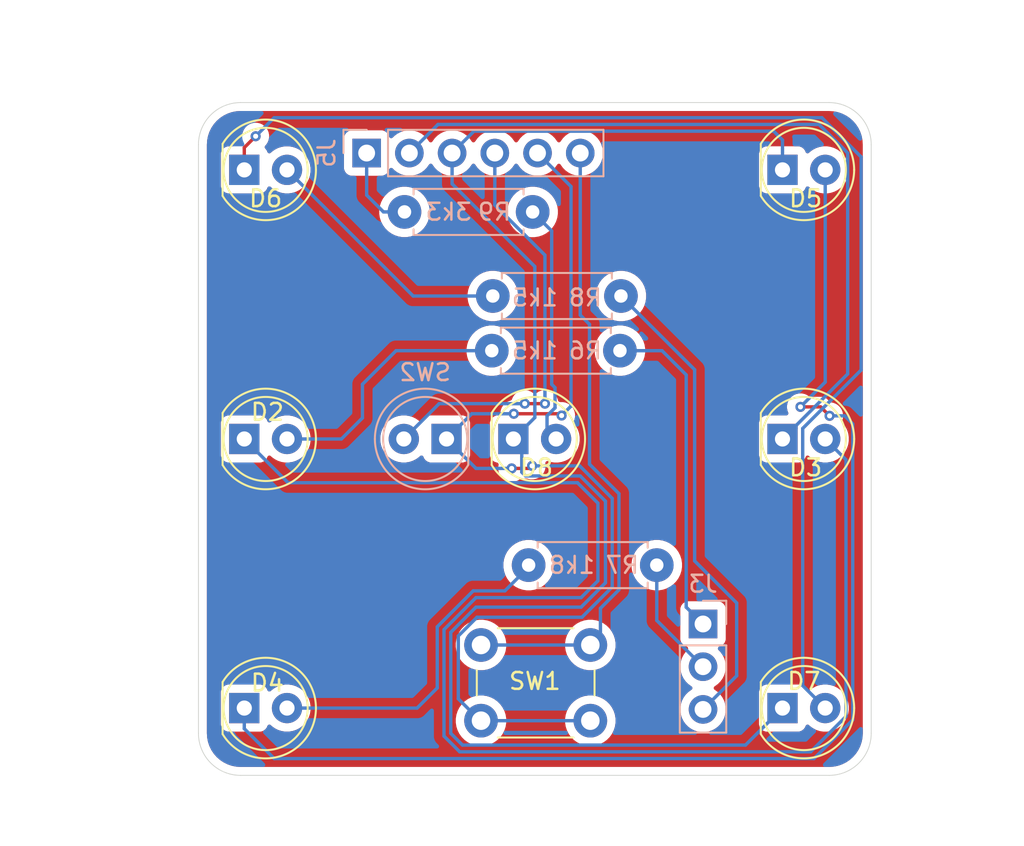
<source format=kicad_pcb>
(kicad_pcb (version 20241229) (generator "pcbnew") (generator_version "9.0")
  (layers (0 "F.Cu" signal) (2 "B.Cu" signal) (13 "F.Paste" user) (15 "B.Paste" user) (5 "F.SilkS" user "F.Silkscreen") (7 "B.SilkS" user "B.Silkscreen") (1 "F.Mask" user) (3 "B.Mask" user) (25 "Edge.Cuts" user))
  (net 0 "")
  (net 1 "Net-(D2-K)")
  (net 2 "Net-(D2-A)")
  (net 3 "Net-(D3-K)")
  (net 4 "Net-(D4-K)")
  (net 5 "Net-(D4-A)")
  (net 6 "Net-(D5-K)")
  (net 7 "Net-(D6-A)")
  (net 8 "Net-(D6-K)")
  (net 9 "Net-(D8-A)")
  (net 10 "Net-(J3-Pin_1)")
  (net 11 "Net-(J3-Pin_3)")
  (net 12 "Net-(J3-Pin_2)")
  (net 13 "Net-(J5-Pin_6)")
  (net 14 "Net-(J5-Pin_1)")
  (net 15 "Net-(J5-Pin_4)")
  (net 16 "Net-(J5-Pin_5)")
  (footprint "Button_Switch_THT:SW_PUSH_6mm_H5mm" (layer "F.Cu") (at 116.8 107.25)
    (property "Reference" "SW1" (at 3.2 2.15 0) (layer "F.SilkS"))
    (property "Value" "SW_Push")
    (fp_line (start -0.25 1.5) (end -0.25 3) (stroke (width 0.12)) (layer "F.SilkS"))
    (fp_line (start 1 5.5) (end 5.5 5.5) (stroke (width 0.12)) (layer "F.SilkS"))
    (fp_line (start 5.5 -1) (end 1 -1) (stroke (width 0.12)) (layer "F.SilkS"))
    (fp_line (start 6.75 3) (end 6.75 1.5) (stroke (width 0.12)) (layer "F.SilkS"))
    (pad "1" thru_hole circle (at 0 0 90) (size 2 2) (drill 1.1) (layers "*.Cu" "*.Mask") (net 13 "Net-(J5-Pin_6)"))
    (pad "1" thru_hole circle (at 6.5 0 90) (size 2 2) (drill 1.1) (layers "*.Cu" "*.Mask") (net 13 "Net-(J5-Pin_6)"))
    (pad "2" thru_hole circle (at 0 4.5 90) (size 2 2) (drill 1.1) (layers "*.Cu" "*.Mask") (net 16 "Net-(J5-Pin_5)"))
    (pad "2" thru_hole circle (at 6.5 4.5 90) (size 2 2) (drill 1.1) (layers "*.Cu" "*.Mask") (net 16 "Net-(J5-Pin_5)"))
  )
  (footprint "LED_THT:LED_D5.0mm" (layer "F.Cu") (at 134.725 79)
    (property "Reference" "D5" (at 1.375 1.7 0) (layer "F.SilkS"))
    (property "Value" "LED")
    (fp_line (start -1.29 -1.545) (end -1.29 1.545) (stroke (width 0.12)) (layer "F.SilkS"))
    (fp_arc (start -1.29 -1.54483) (mid 2.071779 -2.880495) (end 4.26 0) (stroke (width 0.12)) (layer "F.SilkS"))
    (fp_arc (start 4.26 0) (mid 2.071779 2.880495) (end -1.29 1.54483) (stroke (width 0.12)) (layer "F.SilkS"))
    (fp_circle (center 1.27 0) (end 3.77 0) (stroke (width 0.12)) (fill no) (layer "F.SilkS"))
    (pad "1" thru_hole rect (at 0 0) (size 1.8 1.8) (drill 0.9) (layers "*.Cu" "*.Mask") (net 6 "Net-(D5-K)"))
    (pad "2" thru_hole circle (at 2.54 0) (size 1.8 1.8) (drill 0.9) (layers "*.Cu" "*.Mask") (net 4 "Net-(D4-K)"))
  )
  (footprint "LED_THT:LED_D5.0mm" (layer "F.Cu") (at 102.725 95)
    (property "Reference" "D2" (at 1.375 -1.6 0) (layer "F.SilkS"))
    (property "Value" "LED")
    (fp_line (start -1.29 -1.545) (end -1.29 1.545) (stroke (width 0.12)) (layer "F.SilkS"))
    (fp_arc (start -1.29 -1.54483) (mid 2.071779 -2.880495) (end 4.26 0) (stroke (width 0.12)) (layer "F.SilkS"))
    (fp_arc (start 4.26 0) (mid 2.071779 2.880495) (end -1.29 1.54483) (stroke (width 0.12)) (layer "F.SilkS"))
    (fp_circle (center 1.27 0) (end 3.77 0) (stroke (width 0.12)) (fill no) (layer "F.SilkS"))
    (pad "1" thru_hole rect (at 0 0) (size 1.8 1.8) (drill 0.9) (layers "*.Cu" "*.Mask") (net 1 "Net-(D2-K)"))
    (pad "2" thru_hole circle (at 2.54 0) (size 1.8 1.8) (drill 0.9) (layers "*.Cu" "*.Mask") (net 2 "Net-(D2-A)"))
  )
  (footprint "LED_THT:LED_D5.0mm" (layer "F.Cu") (at 134.725 95)
    (property "Reference" "D3" (at 1.375 1.7 0) (layer "F.SilkS"))
    (property "Value" "LED")
    (fp_line (start -1.29 -1.545) (end -1.29 1.545) (stroke (width 0.12)) (layer "F.SilkS"))
    (fp_arc (start -1.29 -1.54483) (mid 2.071779 -2.880495) (end 4.26 0) (stroke (width 0.12)) (layer "F.SilkS"))
    (fp_arc (start 4.26 0) (mid 2.071779 2.880495) (end -1.29 1.54483) (stroke (width 0.12)) (layer "F.SilkS"))
    (fp_circle (center 1.27 0) (end 3.77 0) (stroke (width 0.12)) (fill no) (layer "F.SilkS"))
    (pad "1" thru_hole rect (at 0 0) (size 1.8 1.8) (drill 0.9) (layers "*.Cu" "*.Mask") (net 3 "Net-(D3-K)"))
    (pad "2" thru_hole circle (at 2.54 0) (size 1.8 1.8) (drill 0.9) (layers "*.Cu" "*.Mask") (net 1 "Net-(D2-K)"))
  )
  (footprint "LED_THT:LED_D5.0mm" (layer "F.Cu") (at 134.725 111)
    (property "Reference" "D7" (at 1.275 -1.6 0) (layer "F.SilkS"))
    (property "Value" "LED")
    (fp_line (start -1.29 -1.545) (end -1.29 1.545) (stroke (width 0.12)) (layer "F.SilkS"))
    (fp_arc (start -1.29 -1.54483) (mid 2.071779 -2.880495) (end 4.26 0) (stroke (width 0.12)) (layer "F.SilkS"))
    (fp_arc (start 4.26 0) (mid 2.071779 2.880495) (end -1.29 1.54483) (stroke (width 0.12)) (layer "F.SilkS"))
    (fp_circle (center 1.27 0) (end 3.77 0) (stroke (width 0.12)) (fill no) (layer "F.SilkS"))
    (pad "1" thru_hole rect (at 0 0) (size 1.8 1.8) (drill 0.9) (layers "*.Cu" "*.Mask") (net 6 "Net-(D5-K)"))
    (pad "2" thru_hole circle (at 2.54 0) (size 1.8 1.8) (drill 0.9) (layers "*.Cu" "*.Mask") (net 8 "Net-(D6-K)"))
  )
  (footprint "LED_THT:LED_D5.0mm" (layer "F.Cu") (at 118.725 95)
    (property "Reference" "D8" (at 1.375 1.7 0) (layer "F.SilkS"))
    (property "Value" "LED")
    (fp_line (start -1.29 -1.545) (end -1.29 1.545) (stroke (width 0.12)) (layer "F.SilkS"))
    (fp_arc (start -1.29 -1.54483) (mid 2.071779 -2.880495) (end 4.26 0) (stroke (width 0.12)) (layer "F.SilkS"))
    (fp_arc (start 4.26 0) (mid 2.071779 2.880495) (end -1.29 1.54483) (stroke (width 0.12)) (layer "F.SilkS"))
    (fp_circle (center 1.27 0) (end 3.77 0) (stroke (width 0.12)) (fill no) (layer "F.SilkS"))
    (pad "1" thru_hole rect (at 0 0) (size 1.8 1.8) (drill 0.9) (layers "*.Cu" "*.Mask") (net 6 "Net-(D5-K)"))
    (pad "2" thru_hole circle (at 2.54 0) (size 1.8 1.8) (drill 0.9) (layers "*.Cu" "*.Mask") (net 9 "Net-(D8-A)"))
  )
  (footprint "blinkyparts:logo_blinkyparts_5mm_F.Mask" (layer "F.Cu") (at 133.225001 100.825001)
    (property "Reference" "blinkyparts_logo_5mm" (hide yes))
    (property "Value" "G***" (hide yes))
  )
  (footprint "LED_THT:LED_D5.0mm" (layer "F.Cu") (at 102.725 111)
    (property "Reference" "D4" (at 1.375 -1.5 0) (layer "F.SilkS"))
    (property "Value" "LED")
    (fp_line (start -1.29 -1.545) (end -1.29 1.545) (stroke (width 0.12)) (layer "F.SilkS"))
    (fp_arc (start -1.29 -1.54483) (mid 2.071779 -2.880495) (end 4.26 0) (stroke (width 0.12)) (layer "F.SilkS"))
    (fp_arc (start 4.26 0) (mid 2.071779 2.880495) (end -1.29 1.54483) (stroke (width 0.12)) (layer "F.SilkS"))
    (fp_circle (center 1.27 0) (end 3.77 0) (stroke (width 0.12)) (fill no) (layer "F.SilkS"))
    (pad "1" thru_hole rect (at 0 0) (size 1.8 1.8) (drill 0.9) (layers "*.Cu" "*.Mask") (net 4 "Net-(D4-K)"))
    (pad "2" thru_hole circle (at 2.54 0) (size 1.8 1.8) (drill 0.9) (layers "*.Cu" "*.Mask") (net 5 "Net-(D4-A)"))
  )
  (footprint "LED_THT:LED_D5.0mm" (layer "F.Cu") (at 102.725 79)
    (property "Reference" "D6" (at 1.27 1.7 0) (layer "F.SilkS"))
    (property "Value" "LED")
    (fp_line (start -1.29 -1.545) (end -1.29 1.545) (stroke (width 0.12)) (layer "F.SilkS"))
    (fp_arc (start -1.29 -1.54483) (mid 2.071779 -2.880495) (end 4.26 0) (stroke (width 0.12)) (layer "F.SilkS"))
    (fp_arc (start 4.26 0) (mid 2.071779 2.880495) (end -1.29 1.54483) (stroke (width 0.12)) (layer "F.SilkS"))
    (fp_circle (center 1.27 0) (end 3.77 0) (stroke (width 0.12)) (fill no) (layer "F.SilkS"))
    (pad "1" thru_hole rect (at 0 0) (size 1.8 1.8) (drill 0.9) (layers "*.Cu" "*.Mask") (net 8 "Net-(D6-K)"))
    (pad "2" thru_hole circle (at 2.54 0) (size 1.8 1.8) (drill 0.9) (layers "*.Cu" "*.Mask") (net 7 "Net-(D6-A)"))
  )
  (footprint "Connector_PinHeader_2.54mm:PinHeader_1x03_P2.54mm_Vertical" (layer "B.Cu") (at 130 106 180)
    (property "Reference" "J3" (at 0 2.38 0) (layer "B.SilkS") (effects (justify mirror)))
    (property "Value" "Conn_01x03")
    (fp_line (start 1.38 -1.27) (end 1.38 -6.46) (stroke (width 0.12)) (layer "B.SilkS"))
    (fp_line (start -1.38 1.38) (end 0 1.38) (stroke (width 0.12)) (layer "B.SilkS"))
    (fp_line (start -1.38 0) (end -1.38 1.38) (stroke (width 0.12)) (layer "B.SilkS"))
    (fp_line (start -1.38 -1.27) (end 1.38 -1.27) (stroke (width 0.12)) (layer "B.SilkS"))
    (fp_line (start -1.38 -1.27) (end -1.38 -6.46) (stroke (width 0.12)) (layer "B.SilkS"))
    (fp_line (start -1.38 -6.46) (end 1.38 -6.46) (stroke (width 0.12)) (layer "B.SilkS"))
    (pad "1" thru_hole rect (at 0 0 180) (size 1.7 1.7) (drill 1) (layers "*.Cu" "*.Mask") (net 10 "Net-(J3-Pin_1)"))
    (pad "2" thru_hole circle (at 0 -2.54 180) (size 1.7 1.7) (drill 1) (layers "*.Cu" "*.Mask") (net 12 "Net-(J3-Pin_2)"))
    (pad "3" thru_hole circle (at 0 -5.08 180) (size 1.7 1.7) (drill 1) (layers "*.Cu" "*.Mask") (net 11 "Net-(J3-Pin_3)"))
  )
  (footprint "blinkyparts:R_Axial_DIN0207_L6.3mm_D2.5mm_P7.62mm_Horizontal_handsoldering" (layer "B.Cu") (at 119.63 102.5)
    (property "Reference" "R7" (at 5.57 0 0) (layer "B.SilkS") (effects (justify mirror)))
    (property "Value" "1k8" (at 2.57 0 0) (layer "B.SilkS") (effects (justify mirror)))
    (fp_line (start 0.54 -1.37) (end 7.08 -1.37) (stroke (width 0.12)) (layer "B.SilkS"))
    (fp_line (start 0.54 -1.04) (end 0.54 -1.37) (stroke (width 0.12)) (layer "B.SilkS"))
    (fp_line (start 0.54 1.04) (end 0.54 1.37) (stroke (width 0.12)) (layer "B.SilkS"))
    (fp_line (start 0.54 1.37) (end 7.08 1.37) (stroke (width 0.12)) (layer "B.SilkS"))
    (fp_line (start 7.08 -1.37) (end 7.08 -1.04) (stroke (width 0.12)) (layer "B.SilkS"))
    (fp_line (start 7.08 1.37) (end 7.08 1.04) (stroke (width 0.12)) (layer "B.SilkS"))
    (pad "1" thru_hole circle (at 0 0) (size 2 2) (drill 0.8) (layers "*.Cu" "*.Mask") (net 5 "Net-(D4-A)"))
    (pad "2" thru_hole circle (at 7.62 0) (size 2 2) (drill 0.8) (layers "*.Cu" "*.Mask") (net 12 "Net-(J3-Pin_2)"))
  )
  (footprint "Connector_PinHeader_2.54mm:PinHeader_1x06_P2.54mm_Vertical" (layer "B.Cu") (at 110 78 -90)
    (property "Reference" "J5" (at 0 2.38 90) (layer "B.SilkS") (effects (justify mirror)))
    (property "Value" "Conn_01x06")
    (fp_line (start -1.38 1.38) (end 0 1.38) (stroke (width 0.12)) (layer "B.SilkS"))
    (fp_line (start -1.38 0) (end -1.38 1.38) (stroke (width 0.12)) (layer "B.SilkS"))
    (fp_line (start -1.38 -1.27) (end 1.38 -1.27) (stroke (width 0.12)) (layer "B.SilkS"))
    (fp_line (start -1.38 -1.27) (end -1.38 -14.08) (stroke (width 0.12)) (layer "B.SilkS"))
    (fp_line (start 1.38 -1.27) (end 1.38 -14.08) (stroke (width 0.12)) (layer "B.SilkS"))
    (fp_line (start -1.38 -14.08) (end 1.38 -14.08) (stroke (width 0.12)) (layer "B.SilkS"))
    (pad "1" thru_hole rect (at 0 0 270) (size 1.7 1.7) (drill 1) (layers "*.Cu" "*.Mask") (net 14 "Net-(J5-Pin_1)"))
    (pad "2" thru_hole circle (at 0 -2.54 270) (size 1.7 1.7) (drill 1) (layers "*.Cu" "*.Mask") (net 3 "Net-(D3-K)"))
    (pad "3" thru_hole circle (at 0 -5.08 270) (size 1.7 1.7) (drill 1) (layers "*.Cu" "*.Mask") (net 6 "Net-(D5-K)"))
    (pad "4" thru_hole circle (at 0 -7.62 270) (size 1.7 1.7) (drill 1) (layers "*.Cu" "*.Mask") (net 15 "Net-(J5-Pin_4)"))
    (pad "5" thru_hole circle (at 0 -10.16 270) (size 1.7 1.7) (drill 1) (layers "*.Cu" "*.Mask") (net 16 "Net-(J5-Pin_5)"))
    (pad "6" thru_hole circle (at 0 -12.7 270) (size 1.7 1.7) (drill 1) (layers "*.Cu" "*.Mask") (net 13 "Net-(J5-Pin_6)"))
  )
  (footprint "LED_THT:LED_D5.0mm" (layer "B.Cu") (at 114.75 95 180)
    (property "Reference" "SW2" (at 1.27 3.96 0) (layer "B.SilkS") (effects (justify mirror)))
    (property "Value" "SW_Push")
    (fp_line (start -1.29 1.545) (end -1.29 -1.545) (stroke (width 0.12)) (layer "B.SilkS"))
    (fp_arc (start 4.26 0) (mid 2.071779 2.880495) (end -1.29 1.54483) (stroke (width 0.12)) (layer "B.SilkS"))
    (fp_arc (start -1.29 -1.54483) (mid 2.071779 -2.880495) (end 4.26 0) (stroke (width 0.12)) (layer "B.SilkS"))
    (fp_circle (center 1.27 0) (end 3.77 0) (stroke (width 0.12)) (fill no) (layer "B.SilkS"))
    (pad "1" thru_hole rect (at 0 0 180) (size 1.8 1.8) (drill 0.9) (layers "*.Cu" "*.Mask") (net 16 "Net-(J5-Pin_5)"))
    (pad "2" thru_hole circle (at 2.54 0 180) (size 1.8 1.8) (drill 0.9) (layers "*.Cu" "*.Mask") (net 15 "Net-(J5-Pin_4)"))
  )
  (footprint "blinkyparts:R_Axial_DIN0207_L6.3mm_D2.5mm_P7.62mm_Horizontal_handsoldering" (layer "B.Cu") (at 117.5 86.5)
    (property "Reference" "R8" (at 5.5 0.1 0) (layer "B.SilkS") (effects (justify mirror)))
    (property "Value" "1k5" (at 2.5 0.1 0) (layer "B.SilkS") (effects (justify mirror)))
    (fp_line (start 0.54 -1.37) (end 7.08 -1.37) (stroke (width 0.12)) (layer "B.SilkS"))
    (fp_line (start 0.54 -1.04) (end 0.54 -1.37) (stroke (width 0.12)) (layer "B.SilkS"))
    (fp_line (start 0.54 1.04) (end 0.54 1.37) (stroke (width 0.12)) (layer "B.SilkS"))
    (fp_line (start 0.54 1.37) (end 7.08 1.37) (stroke (width 0.12)) (layer "B.SilkS"))
    (fp_line (start 7.08 -1.37) (end 7.08 -1.04) (stroke (width 0.12)) (layer "B.SilkS"))
    (fp_line (start 7.08 1.37) (end 7.08 1.04) (stroke (width 0.12)) (layer "B.SilkS"))
    (pad "1" thru_hole circle (at 0 0) (size 2 2) (drill 0.8) (layers "*.Cu" "*.Mask") (net 7 "Net-(D6-A)"))
    (pad "2" thru_hole circle (at 7.62 0) (size 2 2) (drill 0.8) (layers "*.Cu" "*.Mask") (net 11 "Net-(J3-Pin_3)"))
  )
  (footprint "blinkyparts:R_Axial_DIN0207_L6.3mm_D2.5mm_P7.62mm_Horizontal_handsoldering" (layer "B.Cu") (at 117.44 89.75)
    (property "Reference" "R6" (at 5.56 0 0) (layer "B.SilkS") (effects (justify mirror)))
    (property "Value" "1k5" (at 2.56 0 0) (layer "B.SilkS") (effects (justify mirror)))
    (fp_line (start 0.54 -1.37) (end 7.08 -1.37) (stroke (width 0.12)) (layer "B.SilkS"))
    (fp_line (start 0.54 -1.04) (end 0.54 -1.37) (stroke (width 0.12)) (layer "B.SilkS"))
    (fp_line (start 0.54 1.04) (end 0.54 1.37) (stroke (width 0.12)) (layer "B.SilkS"))
    (fp_line (start 0.54 1.37) (end 7.08 1.37) (stroke (width 0.12)) (layer "B.SilkS"))
    (fp_line (start 7.08 -1.37) (end 7.08 -1.04) (stroke (width 0.12)) (layer "B.SilkS"))
    (fp_line (start 7.08 1.37) (end 7.08 1.04) (stroke (width 0.12)) (layer "B.SilkS"))
    (pad "1" thru_hole circle (at 0 0) (size 2 2) (drill 0.8) (layers "*.Cu" "*.Mask") (net 2 "Net-(D2-A)"))
    (pad "2" thru_hole circle (at 7.62 0) (size 2 2) (drill 0.8) (layers "*.Cu" "*.Mask") (net 10 "Net-(J3-Pin_1)"))
  )
  (footprint "blinkyparts:legislation_weee-icon_3mm_F.Mask" (layer "B.Cu") (at 107.428663 104.375 180)
    (property "Reference" "weee-symbol_mask_3mm" (hide yes))
    (property "Value" "G***" (hide yes))
  )
  (footprint "blinkyparts:legislation_ce-icon_3mm_F.Mask" (layer "B.Cu") (at 112.928663 104.375 180)
    (property "Reference" "ce-symbol_mask_3mm" (hide yes))
    (property "Value" "G***" (hide yes))
  )
  (footprint "blinkyparts:R_Axial_DIN0207_L6.3mm_D2.5mm_P7.62mm_Horizontal_handsoldering" (layer "B.Cu") (at 119.87 81.5 180)
    (property "Reference" "R9" (at 2.27 0 0) (layer "B.SilkS") (effects (justify mirror)))
    (property "Value" "3k3" (at 5 0 0) (layer "B.SilkS") (effects (justify mirror)))
    (fp_line (start 7.08 1.37) (end 7.08 1.04) (stroke (width 0.12)) (layer "B.SilkS"))
    (fp_line (start 7.08 -1.37) (end 7.08 -1.04) (stroke (width 0.12)) (layer "B.SilkS"))
    (fp_line (start 0.54 1.37) (end 7.08 1.37) (stroke (width 0.12)) (layer "B.SilkS"))
    (fp_line (start 0.54 1.04) (end 0.54 1.37) (stroke (width 0.12)) (layer "B.SilkS"))
    (fp_line (start 0.54 -1.04) (end 0.54 -1.37) (stroke (width 0.12)) (layer "B.SilkS"))
    (fp_line (start 0.54 -1.37) (end 7.08 -1.37) (stroke (width 0.12)) (layer "B.SilkS"))
    (pad "1" thru_hole circle (at 0 0 180) (size 2 2) (drill 0.8) (layers "*.Cu" "*.Mask") (net 9 "Net-(D8-A)"))
    (pad "2" thru_hole circle (at 7.62 0 180) (size 2 2) (drill 0.8) (layers "*.Cu" "*.Mask") (net 14 "Net-(J5-Pin_1)"))
  )
  (gr_line (start 137.5 115) (end 102.5 115) (stroke (width 0.05)) (layer "Edge.Cuts"))
  (gr_arc (start 140 112.5) (mid 139.267767 114.267767) (end 137.5 115) (stroke (width 0.05)) (layer "Edge.Cuts"))
  (gr_arc (start 100 77.5) (mid 100.732233 75.732233) (end 102.5 75) (stroke (width 0.05)) (layer "Edge.Cuts"))
  (gr_line (start 137.5 75) (end 102.5 75) (stroke (width 0.05)) (layer "Edge.Cuts"))
  (gr_line (start 140 77.5) (end 140 112.5) (stroke (width 0.05)) (layer "Edge.Cuts"))
  (gr_arc (start 102.5 115) (mid 100.732233 114.267767) (end 100 112.5) (stroke (width 0.05)) (layer "Edge.Cuts"))
  (gr_arc (start 137.5 75) (mid 139.267767 75.732233) (end 140 77.5) (stroke (width 0.05)) (layer "Edge.Cuts"))
  (gr_line (start 100 77.5) (end 100 112.5) (stroke (width 0.05)) (layer "Edge.Cuts"))
  (segment (start 123.75 103.4329) (end 122.75 104.4329) (width 0.2) (layer "B.Cu") (net 1))
  (segment (start 114.599 106.3339) (end 114.599 112.6661) (width 0.2) (layer "B.Cu") (net 1))
  (segment (start 136.399 113.601) (end 138.5 111.5) (width 0.2) (layer "B.Cu") (net 1))
  (segment (start 138.5 96.235) (end 137.265 95) (width 0.2) (layer "B.Cu") (net 1))
  (segment (start 114.599 112.6661) (end 115.5339 113.601) (width 0.2) (layer "B.Cu") (net 1))
  (segment (start 123.75 98.8171) (end 123.75 103.4329) (width 0.2) (layer "B.Cu") (net 1))
  (segment (start 122.5329 97.6) (end 123.75 98.8171) (width 0.2) (layer "B.Cu") (net 1))
  (segment (start 102.725 95) (end 105.325 97.6) (width 0.2) (layer "B.Cu") (net 1))
  (segment (start 138.5 111.5) (end 138.5 96.235) (width 0.2) (layer "B.Cu") (net 1))
  (segment (start 122.75 104.4329) (end 116.5 104.4329) (width 0.2) (layer "B.Cu") (net 1))
  (segment (start 105.325 97.6) (end 122.5329 97.6) (width 0.2) (layer "B.Cu") (net 1))
  (segment (start 116.5 104.4329) (end 114.599 106.3339) (width 0.2) (layer "B.Cu") (net 1))
  (segment (start 115.5339 113.601) (end 136.399 113.601) (width 0.2) (layer "B.Cu") (net 1))
  (segment (start 111.75 89.75) (end 117.44 89.75) (width 0.2) (layer "B.Cu") (net 2))
  (segment (start 109.75 91.75) (end 109.75 93.75) (width 0.2) (layer "B.Cu") (net 2))
  (segment (start 111.75 89.75) (end 109.75 91.75) (width 0.2) (layer "B.Cu") (net 2))
  (segment (start 108.5 95) (end 105.265 95) (width 0.2) (layer "B.Cu") (net 2))
  (segment (start 109.75 93.75) (end 108.5 95) (width 0.2) (layer "B.Cu") (net 2))
  (segment (start 114.24 76.3) (end 112.54 78) (width 0.2) (layer "B.Cu") (net 3))
  (segment (start 136.9 76.3) (end 114.24 76.3) (width 0.2) (layer "B.Cu") (net 3))
  (segment (start 135.525 94.2079) (end 138.6 91.1329) (width 0.2) (layer "B.Cu") (net 3))
  (segment (start 138.6 91.1329) (end 138.6 78) (width 0.2) (layer "B.Cu") (net 3))
  (segment (start 134.725 95) (end 134.9 95) (width 0.2) (layer "B.Cu") (net 3))
  (segment (start 135.525 94.375) (end 135.525 94.2079) (width 0.2) (layer "B.Cu") (net 3))
  (segment (start 134.9 95) (end 135.525 94.375) (width 0.2) (layer "B.Cu") (net 3))
  (segment (start 138.6 78) (end 136.9 76.3) (width 0.2) (layer "B.Cu") (net 3))
  (segment (start 103.2 111) (end 102.725 111) (width 0.2) (layer "F.Cu") (net 4))
  (segment (start 135.792185 93.092185) (end 136.992267 93.092185) (width 0.2) (layer "F.Cu") (net 4))
  (segment (start 136.992267 93.092185) (end 137.524306 93.624224) (width 0.2) (layer "F.Cu") (net 4))
  (via (at 137.524306 93.624224) (size 0.6) (drill 0.3) (layers "F.Cu" "B.Cu") (net 4))
  (via (at 135.792185 93.092185) (size 0.6) (drill 0.3) (layers "F.Cu" "B.Cu") (net 4))
  (segment (start 137.265 79) (end 137.265 91.61937) (width 0.2) (layer "B.Cu") (net 4))
  (segment (start 138.901 94.101) (end 138.424224 93.624224) (width 0.2) (layer "B.Cu") (net 4))
  (segment (start 137.265 91.61937) (end 135.792185 93.092185) (width 0.2) (layer "B.Cu") (net 4))
  (segment (start 104.502 114.002) (end 136.598 114.002) (width 0.2) (layer "B.Cu") (net 4))
  (segment (start 102.725 112.225) (end 104.502 114.002) (width 0.2) (layer "B.Cu") (net 4))
  (segment (start 102.725 111) (end 102.725 112.225) (width 0.2) (layer "B.Cu") (net 4))
  (segment (start 136.598 114.002) (end 138.901 111.699) (width 0.2) (layer "B.Cu") (net 4))
  (segment (start 138.424224 93.624224) (end 137.524306 93.624224) (width 0.2) (layer "B.Cu") (net 4))
  (segment (start 138.901 111.699) (end 138.901 94.101) (width 0.2) (layer "B.Cu") (net 4))
  (segment (start 116.3339 104.0319) (end 114.198 106.1678) (width 0.2) (layer "B.Cu") (net 5))
  (segment (start 114.198 109.802) (end 113 111) (width 0.2) (layer "B.Cu") (net 5))
  (segment (start 114.198 106.1678) (end 114.198 109.802) (width 0.2) (layer "B.Cu") (net 5))
  (segment (start 119.63 102.62) (end 118.2181 104.0319) (width 0.2) (layer "B.Cu") (net 5))
  (segment (start 119.63 102.5) (end 119.63 102.62) (width 0.2) (layer "B.Cu") (net 5))
  (segment (start 105.265 111) (end 104.9 111) (width 0.2) (layer "B.Cu") (net 5))
  (segment (start 118.2181 104.0319) (end 116.3339 104.0319) (width 0.2) (layer "B.Cu") (net 5))
  (segment (start 113 111) (end 105.265 111) (width 0.2) (layer "B.Cu") (net 5))
  (segment (start 120 93.725) (end 118.725 95) (width 0.2) (layer "B.Cu") (net 6))
  (segment (start 124.199 103.551) (end 124.199 98.699) (width 0.2) (layer "B.Cu") (net 6))
  (segment (start 119.222471 96.972471) (end 119.222471 95.497471) (width 0.2) (layer "B.Cu") (net 6))
  (segment (start 134.725 111) (end 132.525 113.2) (width 0.2) (layer "B.Cu") (net 6))
  (segment (start 132.525 113.2) (end 115.7 113.2) (width 0.2) (layer "B.Cu") (net 6))
  (segment (start 115 106.5) (end 116.5 105) (width 0.2) (layer "B.Cu") (net 6))
  (segment (start 122.75 105) (end 124.199 103.551) (width 0.2) (layer "B.Cu") (net 6))
  (segment (start 116.5 105) (end 122.75 105) (width 0.2) (layer "B.Cu") (net 6))
  (segment (start 122.699 97.199) (end 119.449 97.199) (width 0.2) (layer "B.Cu") (net 6))
  (segment (start 115.08 79.83) (end 120 84.75) (width 0.2) (layer "B.Cu") (net 6))
  (segment (start 120 84.75) (end 120 93.725) (width 0.2) (layer "B.Cu") (net 6))
  (segment (start 134.725 77.225) (end 134.725 79) (width 0.2) (layer "B.Cu") (net 6))
  (segment (start 115.08 78) (end 116.38 76.7) (width 0.2) (layer "B.Cu") (net 6))
  (segment (start 118.725 95) (end 119.5 94.225) (width 0.2) (layer "B.Cu") (net 6))
  (segment (start 124.199 98.699) (end 122.699 97.199) (width 0.2) (layer "B.Cu") (net 6))
  (segment (start 134.2 76.7) (end 134.725 77.225) (width 0.2) (layer "B.Cu") (net 6))
  (segment (start 119.449 97.199) (end 119.222471 96.972471) (width 0.2) (layer "B.Cu") (net 6))
  (segment (start 115.7 113.2) (end 115 112.5) (width 0.2) (layer "B.Cu") (net 6))
  (segment (start 119.222471 95.497471) (end 118.725 95) (width 0.2) (layer "B.Cu") (net 6))
  (segment (start 115.08 78) (end 115.08 79.83) (width 0.2) (layer "B.Cu") (net 6))
  (segment (start 115 112.5) (end 115 106.5) (width 0.2) (layer "B.Cu") (net 6))
  (segment (start 116.38 76.7) (end 134.2 76.7) (width 0.2) (layer "B.Cu") (net 6))
  (segment (start 112.765 86.5) (end 105.265 79) (width 0.2) (layer "B.Cu") (net 7))
  (segment (start 117.5 86.5) (end 112.765 86.5) (width 0.2) (layer "B.Cu") (net 7))
  (segment (start 102.725 77.675) (end 102.725 79) (width 0.2) (layer "F.Cu") (net 8))
  (segment (start 103.4 77) (end 102.725 77.675) (width 0.2) (layer "F.Cu") (net 8))
  (via (at 103.4 77) (size 0.6) (drill 0.3) (layers "F.Cu" "B.Cu") (net 8))
  (segment (start 137.0661 75.899) (end 139.399 78.2319) (width 0.2) (layer "B.Cu") (net 8))
  (segment (start 104.501 75.899) (end 137.0661 75.899) (width 0.2) (layer "B.Cu") (net 8))
  (segment (start 135.926 94.374) (end 135.926 109.661) (width 0.2) (layer "B.Cu") (net 8))
  (segment (start 139.399 90.901) (end 135.926 94.374) (width 0.2) (layer "B.Cu") (net 8))
  (segment (start 135.926 109.661) (end 137.265 111) (width 0.2) (layer "B.Cu") (net 8))
  (segment (start 139.399 78.2319) (end 139.399 90.901) (width 0.2) (layer "B.Cu") (net 8))
  (segment (start 103.4 77) (end 104.501 75.899) (width 0.2) (layer "B.Cu") (net 8))
  (segment (start 121.001 91.75) (end 121.201 91.95) (width 0.2) (layer "B.Cu") (net 9))
  (segment (start 120.724943 93.625) (end 120.724943 94.459943) (width 0.2) (layer "B.Cu") (net 9))
  (segment (start 121.265 95) (end 121.75 94.515) (width 0.2) (layer "B.Cu") (net 9))
  (segment (start 121.201 93.148943) (end 120.724943 93.625) (width 0.2) (layer "B.Cu") (net 9))
  (segment (start 121.201 91.95) (end 121.201 93.148943) (width 0.2) (layer "B.Cu") (net 9))
  (segment (start 121.001 82.631) (end 121.001 91.75) (width 0.2) (layer "B.Cu") (net 9))
  (segment (start 119.87 81.5) (end 121.001 82.631) (width 0.2) (layer "B.Cu") (net 9))
  (segment (start 120.724943 94.459943) (end 121.265 95) (width 0.2) (layer "B.Cu") (net 9))
  (segment (start 125.06 89.75) (end 127.56 89.75) (width 0.2) (layer "B.Cu") (net 10))
  (segment (start 129 105) (end 129 91.19) (width 0.2) (layer "B.Cu") (net 10))
  (segment (start 130 106) (end 129 105) (width 0.2) (layer "B.Cu") (net 10))
  (segment (start 129 91.19) (end 127.56 89.75) (width 0.2) (layer "B.Cu") (net 10))
  (segment (start 125.12 86.5) (end 129.5 90.88) (width 0.2) (layer "B.Cu") (net 11))
  (segment (start 132 109.08) (end 130 111.08) (width 0.2) (layer "B.Cu") (net 11))
  (segment (start 132 104.75) (end 132 109.08) (width 0.2) (layer "B.Cu") (net 11))
  (segment (start 129.5 102.25) (end 132 104.75) (width 0.2) (layer "B.Cu") (net 11))
  (segment (start 129.5 90.88) (end 129.5 102.25) (width 0.2) (layer "B.Cu") (net 11))
  (segment (start 127.25 105.79) (end 130 108.54) (width 0.2) (layer "B.Cu") (net 12))
  (segment (start 127.25 102.5) (end 127.25 105.79) (width 0.2) (layer "B.Cu") (net 12))
  (segment (start 125.001 98.251) (end 123.25 96.5) (width 0.2) (layer "B.Cu") (net 13))
  (segment (start 123.9 107.1) (end 123.9 105.0671) (width 0.2) (layer "B.Cu") (net 13))
  (segment (start 123.9 105.0671) (end 125.001 103.9661) (width 0.2) (layer "B.Cu") (net 13))
  (segment (start 122.7 87.6329) (end 122.7 78) (width 0.2) (layer "B.Cu") (net 13))
  (segment (start 123.25 107.25) (end 116.75 107.25) (width 0.2) (layer "B.Cu") (net 13))
  (segment (start 125.001 103.9661) (end 125.001 98.251) (width 0.2) (layer "B.Cu") (net 13))
  (segment (start 123.25 88.1829) (end 122.7 87.6329) (width 0.2) (layer "B.Cu") (net 13))
  (segment (start 123.25 96.5) (end 123.25 88.1829) (width 0.2) (layer "B.Cu") (net 13))
  (segment (start 123.25 107.75) (end 123.9 107.1) (width 0.2) (layer "B.Cu") (net 13))
  (segment (start 110 80.5) (end 110 78) (width 0.2) (layer "B.Cu") (net 14))
  (segment (start 112.25 81.5) (end 111 81.5) (width 0.2) (layer "B.Cu") (net 14))
  (segment (start 111 81.5) (end 110 80.5) (width 0.2) (layer "B.Cu") (net 14))
  (segment (start 119.4 92.9) (end 120.6 92.9) (width 0.2) (layer "F.Cu") (net 15))
  (via (at 119.4 92.9) (size 0.6) (drill 0.3) (layers "F.Cu" "B.Cu") (net 15))
  (via (at 120.6 92.9) (size 0.6) (drill 0.3) (layers "F.Cu" "B.Cu") (net 15))
  (segment (start 120.6 84.069892) (end 117.62 81.089892) (width 0.2) (layer "B.Cu") (net 15))
  (segment (start 114.31 92.9) (end 112.21 95) (width 0.2) (layer "B.Cu") (net 15))
  (segment (start 120.6 92.9) (end 120.6 84.069892) (width 0.2) (layer "B.Cu") (net 15))
  (segment (start 117.62 81.089892) (end 117.62 78) (width 0.2) (layer "B.Cu") (net 15))
  (segment (start 119.4 92.9) (end 114.31 92.9) (width 0.2) (layer "B.Cu") (net 15))
  (segment (start 121.484323 93.5) (end 121.591398 93.607075) (width 0.2) (layer "F.Cu") (net 16))
  (segment (start 118.622471 96.75) (end 119.6845 96.75) (width 0.2) (layer "F.Cu") (net 16))
  (segment (start 118.75 93.5) (end 121.484323 93.5) (width 0.2) (layer "F.Cu") (net 16))
  (segment (start 119.6845 96.75) (end 119.8355 96.599) (width 0.2) (layer "F.Cu") (net 16))
  (via (at 121.591398 93.607075) (size 0.6) (drill 0.3) (layers "F.Cu" "B.Cu") (net 16))
  (via (at 118.622471 96.75) (size 0.6) (drill 0.3) (layers "F.Cu" "B.Cu") (net 16))
  (via (at 118.75 93.5) (size 0.6) (drill 0.3) (layers "F.Cu" "B.Cu") (net 16))
  (via (at 119.8355 96.599) (size 0.6) (drill 0.3) (layers "F.Cu" "B.Cu") (net 16))
  (segment (start 122.6661 96.599) (end 119.8355 96.599) (width 0.2) (layer "B.Cu") (net 16))
  (segment (start 118.75 93.5) (end 116.25 93.5) (width 0.2) (layer "B.Cu") (net 16))
  (segment (start 124.6 103.8) (end 124.6 98.5329) (width 0.2) (layer "B.Cu") (net 16))
  (segment (start 122.151 93.047473) (end 122.151 79.991) (width 0.2) (layer "B.Cu") (net 16))
  (segment (start 123.25 111.75) (end 116.75 111.75) (width 0.2) (layer "B.Cu") (net 16))
  (segment (start 114.75 95) (end 116.5 96.75) (width 0.2) (layer "B.Cu") (net 16))
  (segment (start 116.75 111.75) (end 115.449 110.449) (width 0.2) (layer "B.Cu") (net 16))
  (segment (start 122.8 105.6) (end 124.6 103.8) (width 0.2) (layer "B.Cu") (net 16))
  (segment (start 115.449 106.711108) (end 116.560108 105.6) (width 0.2) (layer "B.Cu") (net 16))
  (segment (start 122.151 79.991) (end 120.16 78) (width 0.2) (layer "B.Cu") (net 16))
  (segment (start 117.25 96.75) (end 118.622471 96.75) (width 0.2) (layer "B.Cu") (net 16))
  (segment (start 116.5 96.75) (end 117.25 96.75) (width 0.2) (layer "B.Cu") (net 16))
  (segment (start 121.591398 93.607075) (end 122.151 93.047473) (width 0.2) (layer "B.Cu") (net 16))
  (segment (start 115.449 110.449) (end 115.449 106.711108) (width 0.2) (layer "B.Cu") (net 16))
  (segment (start 124.6 98.5329) (end 122.6661 96.599) (width 0.2) (layer "B.Cu") (net 16))
  (segment (start 116.560108 105.6) (end 122.8 105.6) (width 0.2) (layer "B.Cu") (net 16))
  (segment (start 116.25 93.5) (end 114.75 95) (width 0.2) (layer "B.Cu") (net 16))
  (zone (net 0) (net_name "") (layer "F.Cu") (priority 1) (connect_pads (clearance 0.5)) (min_thickness 0.25) (fill yes (thermal_gap 0.5) (thermal_bridge_width 0.5) (island_removal_mode 1) (island_area_min 10))
    (polygon (pts (xy 97.8 72.2) (xy 141.5 68.9) (xy 146.8 116.6) (xy 91.9 118.3)))
  )
  (zone (net 0) (net_name "") (layer "B.Cu") (connect_pads (clearance 0.5)) (min_thickness 0.25) (fill yes (thermal_gap 0.5) (thermal_bridge_width 0.5) (island_removal_mode 1) (island_area_min 10))
    (polygon (pts (xy 95.8 70.3) (xy 149.1 70.4) (xy 144.6 119.2) (xy 88.2 116.1)))
  )
)
</source>
